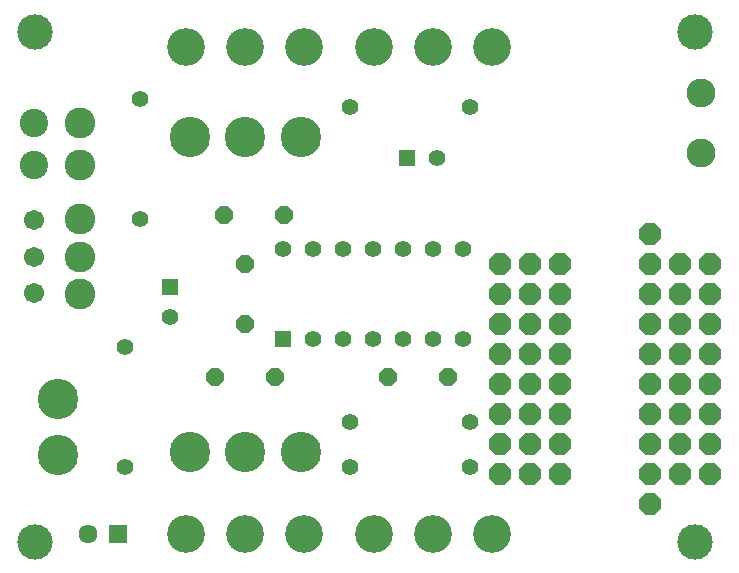
<source format=gts>
G75*
G70*
%OFA0B0*%
%FSLAX24Y24*%
%IPPOS*%
%LPD*%
%AMOC8*
5,1,8,0,0,1.08239X$1,22.5*
%
%ADD10C,0.1182*%
%ADD11R,0.0556X0.0556*%
%ADD12C,0.0556*%
%ADD13OC8,0.0600*%
%ADD14C,0.1261*%
%ADD15C,0.0634*%
%ADD16R,0.0634X0.0634*%
%ADD17OC8,0.0710*%
%ADD18C,0.1346*%
%ADD19C,0.1025*%
%ADD20C,0.0946*%
%ADD21C,0.0671*%
%ADD22C,0.0966*%
D10*
X002054Y002740D03*
X002054Y019740D03*
X024054Y019740D03*
X024054Y002740D03*
D11*
X010304Y009490D03*
X006554Y011240D03*
X014454Y015540D03*
D12*
X015454Y015540D03*
X016554Y017240D03*
X012554Y017240D03*
X012304Y012490D03*
X011304Y012490D03*
X010304Y012490D03*
X013304Y012490D03*
X014304Y012490D03*
X015304Y012490D03*
X016304Y012490D03*
X016304Y009490D03*
X015304Y009490D03*
X014304Y009490D03*
X013304Y009490D03*
X012304Y009490D03*
X011304Y009490D03*
X012554Y006740D03*
X012554Y005240D03*
X016554Y005240D03*
X016554Y006740D03*
X006554Y010240D03*
X005054Y009240D03*
X005054Y005240D03*
X005554Y013490D03*
X005554Y017490D03*
D13*
X008354Y013640D03*
X010354Y013640D03*
X009054Y011990D03*
X009054Y009990D03*
X008054Y008240D03*
X010054Y008240D03*
X013804Y008240D03*
X015804Y008240D03*
D14*
X015304Y002990D03*
X017273Y002990D03*
X013336Y002990D03*
X011023Y002990D03*
X009054Y002990D03*
X007086Y002990D03*
X007086Y019240D03*
X009054Y019240D03*
X011023Y019240D03*
X013336Y019240D03*
X015304Y019240D03*
X017273Y019240D03*
D15*
X003804Y002990D03*
D16*
X004804Y002990D03*
D17*
X017554Y004990D03*
X017554Y005990D03*
X018554Y005990D03*
X019554Y005990D03*
X019554Y004990D03*
X018554Y004990D03*
X018554Y006990D03*
X019554Y006990D03*
X019554Y007990D03*
X018554Y007990D03*
X017554Y007990D03*
X017554Y006990D03*
X017554Y008990D03*
X017554Y009990D03*
X018554Y009990D03*
X019554Y009990D03*
X019554Y008990D03*
X018554Y008990D03*
X018554Y010990D03*
X019554Y010990D03*
X019554Y011990D03*
X018554Y011990D03*
X017554Y011990D03*
X017554Y010990D03*
X022554Y010990D03*
X023554Y010990D03*
X023554Y011990D03*
X022554Y011990D03*
X022554Y012990D03*
X024554Y011990D03*
X024554Y010990D03*
X024554Y009990D03*
X023554Y009990D03*
X022554Y009990D03*
X022554Y008990D03*
X023554Y008990D03*
X024554Y008990D03*
X024554Y007990D03*
X023554Y007990D03*
X022554Y007990D03*
X022554Y006990D03*
X023554Y006990D03*
X024554Y006990D03*
X024554Y005990D03*
X023554Y005990D03*
X022554Y005990D03*
X022554Y004990D03*
X023554Y004990D03*
X024554Y004990D03*
X022554Y003990D03*
D18*
X010905Y005740D03*
X009054Y005740D03*
X007204Y005740D03*
X002804Y005639D03*
X002804Y007490D03*
X007204Y016240D03*
X009054Y016240D03*
X010905Y016240D03*
D19*
X003554Y016690D03*
X003554Y015290D03*
X003554Y013490D03*
X003554Y012240D03*
X003554Y010990D03*
D20*
X002004Y015290D03*
X002004Y016690D03*
D21*
X002004Y013465D03*
X002004Y012240D03*
X002004Y011015D03*
D22*
X024254Y015690D03*
X024254Y017690D03*
M02*

</source>
